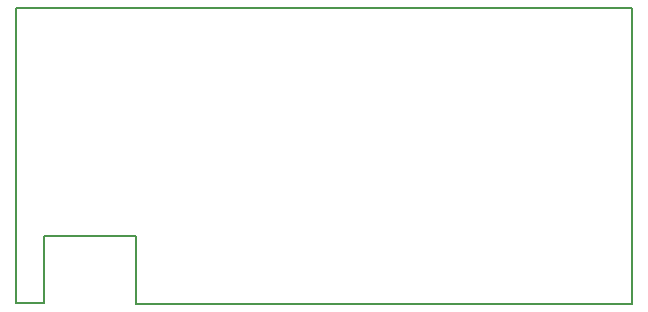
<source format=gbr>
G04 (created by PCBNEW (2013-05-16 BZR 4016)-stable) date 22/07/2013 12:31:48*
%MOIN*%
G04 Gerber Fmt 3.4, Leading zero omitted, Abs format*
%FSLAX34Y34*%
G01*
G70*
G90*
G04 APERTURE LIST*
%ADD10C,0.00590551*%
G04 APERTURE END LIST*
G54D10*
X45393Y-49055D02*
X65905Y-49055D01*
X45393Y-58858D02*
X45393Y-49055D01*
X46299Y-58858D02*
X45393Y-58858D01*
X46299Y-56653D02*
X46299Y-58858D01*
X49370Y-56653D02*
X46299Y-56653D01*
X49370Y-58897D02*
X49370Y-56653D01*
X65905Y-58897D02*
X49370Y-58897D01*
X65905Y-49055D02*
X65905Y-58897D01*
M02*

</source>
